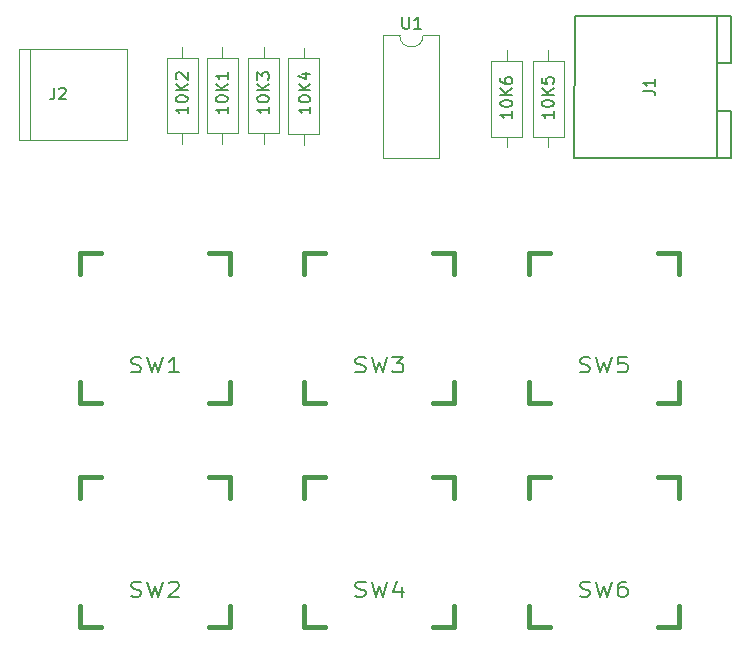
<source format=gto>
G04 #@! TF.FileFunction,Legend,Top*
%FSLAX46Y46*%
G04 Gerber Fmt 4.6, Leading zero omitted, Abs format (unit mm)*
G04 Created by KiCad (PCBNEW 4.0.6) date Sunday, July 23, 2017 'AMt' 03:34:07 AM*
%MOMM*%
%LPD*%
G01*
G04 APERTURE LIST*
%ADD10C,0.100000*%
%ADD11C,0.381000*%
%ADD12C,0.150000*%
%ADD13C,0.120000*%
%ADD14C,0.203200*%
G04 APERTURE END LIST*
D10*
D11*
X114522000Y-112677000D02*
X116300000Y-112677000D01*
X125444000Y-112677000D02*
X127222000Y-112677000D01*
X127222000Y-112677000D02*
X127222000Y-114455000D01*
X127222000Y-123599000D02*
X127222000Y-125377000D01*
X127222000Y-125377000D02*
X125444000Y-125377000D01*
X116300000Y-125377000D02*
X114522000Y-125377000D01*
X114522000Y-125377000D02*
X114522000Y-123599000D01*
X114522000Y-114455000D02*
X114522000Y-112677000D01*
X133522000Y-93677000D02*
X135300000Y-93677000D01*
X144444000Y-93677000D02*
X146222000Y-93677000D01*
X146222000Y-93677000D02*
X146222000Y-95455000D01*
X146222000Y-104599000D02*
X146222000Y-106377000D01*
X146222000Y-106377000D02*
X144444000Y-106377000D01*
X135300000Y-106377000D02*
X133522000Y-106377000D01*
X133522000Y-106377000D02*
X133522000Y-104599000D01*
X133522000Y-95455000D02*
X133522000Y-93677000D01*
D12*
X168472000Y-73627000D02*
X168472000Y-85627000D01*
X169672000Y-73627000D02*
X156472000Y-73627000D01*
X156472000Y-73627000D02*
X156372000Y-85627000D01*
X156372000Y-85627000D02*
X169672000Y-85627000D01*
X169672000Y-85627000D02*
X169672000Y-81727000D01*
X169672000Y-77627000D02*
X169672000Y-73627000D01*
X169672000Y-81627000D02*
X168472000Y-81627000D01*
X168472000Y-81627000D02*
X168472000Y-77627000D01*
X168472000Y-77627000D02*
X169672000Y-77627000D01*
D13*
X141582000Y-75237000D02*
X140212000Y-75237000D01*
X140212000Y-75237000D02*
X140212000Y-85637000D01*
X140212000Y-85637000D02*
X144952000Y-85637000D01*
X144952000Y-85637000D02*
X144952000Y-75237000D01*
X144952000Y-75237000D02*
X143582000Y-75237000D01*
X143582000Y-75237000D02*
G75*
G02X141582000Y-75237000I-1000000J0D01*
G01*
X125262000Y-83557000D02*
X127882000Y-83557000D01*
X127882000Y-83557000D02*
X127882000Y-77137000D01*
X127882000Y-77137000D02*
X125262000Y-77137000D01*
X125262000Y-77137000D02*
X125262000Y-83557000D01*
X126572000Y-84447000D02*
X126572000Y-83557000D01*
X126572000Y-76247000D02*
X126572000Y-77137000D01*
X121862000Y-83557000D02*
X124482000Y-83557000D01*
X124482000Y-83557000D02*
X124482000Y-77137000D01*
X124482000Y-77137000D02*
X121862000Y-77137000D01*
X121862000Y-77137000D02*
X121862000Y-83557000D01*
X123172000Y-84447000D02*
X123172000Y-83557000D01*
X123172000Y-76247000D02*
X123172000Y-77137000D01*
X128762000Y-83557000D02*
X131382000Y-83557000D01*
X131382000Y-83557000D02*
X131382000Y-77137000D01*
X131382000Y-77137000D02*
X128762000Y-77137000D01*
X128762000Y-77137000D02*
X128762000Y-83557000D01*
X130072000Y-84447000D02*
X130072000Y-83557000D01*
X130072000Y-76247000D02*
X130072000Y-77137000D01*
X134782000Y-77197000D02*
X132162000Y-77197000D01*
X132162000Y-77197000D02*
X132162000Y-83617000D01*
X132162000Y-83617000D02*
X134782000Y-83617000D01*
X134782000Y-83617000D02*
X134782000Y-77197000D01*
X133472000Y-76307000D02*
X133472000Y-77197000D01*
X133472000Y-84507000D02*
X133472000Y-83617000D01*
X155482000Y-77397000D02*
X152862000Y-77397000D01*
X152862000Y-77397000D02*
X152862000Y-83817000D01*
X152862000Y-83817000D02*
X155482000Y-83817000D01*
X155482000Y-83817000D02*
X155482000Y-77397000D01*
X154172000Y-76507000D02*
X154172000Y-77397000D01*
X154172000Y-84707000D02*
X154172000Y-83817000D01*
X151982000Y-77397000D02*
X149362000Y-77397000D01*
X149362000Y-77397000D02*
X149362000Y-83817000D01*
X149362000Y-83817000D02*
X151982000Y-83817000D01*
X151982000Y-83817000D02*
X151982000Y-77397000D01*
X150672000Y-76507000D02*
X150672000Y-77397000D01*
X150672000Y-84707000D02*
X150672000Y-83817000D01*
X110322000Y-76377000D02*
X110322000Y-84077000D01*
X109322000Y-76377000D02*
X109322000Y-84077000D01*
X109322000Y-84077000D02*
X118522000Y-84077000D01*
X118522000Y-84077000D02*
X118522000Y-76377000D01*
X118522000Y-76377000D02*
X109322000Y-76377000D01*
D11*
X114522000Y-93677000D02*
X116300000Y-93677000D01*
X125444000Y-93677000D02*
X127222000Y-93677000D01*
X127222000Y-93677000D02*
X127222000Y-95455000D01*
X127222000Y-104599000D02*
X127222000Y-106377000D01*
X127222000Y-106377000D02*
X125444000Y-106377000D01*
X116300000Y-106377000D02*
X114522000Y-106377000D01*
X114522000Y-106377000D02*
X114522000Y-104599000D01*
X114522000Y-95455000D02*
X114522000Y-93677000D01*
X133522000Y-112677000D02*
X135300000Y-112677000D01*
X144444000Y-112677000D02*
X146222000Y-112677000D01*
X146222000Y-112677000D02*
X146222000Y-114455000D01*
X146222000Y-123599000D02*
X146222000Y-125377000D01*
X146222000Y-125377000D02*
X144444000Y-125377000D01*
X135300000Y-125377000D02*
X133522000Y-125377000D01*
X133522000Y-125377000D02*
X133522000Y-123599000D01*
X133522000Y-114455000D02*
X133522000Y-112677000D01*
X152522000Y-93677000D02*
X154300000Y-93677000D01*
X163444000Y-93677000D02*
X165222000Y-93677000D01*
X165222000Y-93677000D02*
X165222000Y-95455000D01*
X165222000Y-104599000D02*
X165222000Y-106377000D01*
X165222000Y-106377000D02*
X163444000Y-106377000D01*
X154300000Y-106377000D02*
X152522000Y-106377000D01*
X152522000Y-106377000D02*
X152522000Y-104599000D01*
X152522000Y-95455000D02*
X152522000Y-93677000D01*
X152522000Y-112677000D02*
X154300000Y-112677000D01*
X163444000Y-112677000D02*
X165222000Y-112677000D01*
X165222000Y-112677000D02*
X165222000Y-114455000D01*
X165222000Y-123599000D02*
X165222000Y-125377000D01*
X165222000Y-125377000D02*
X163444000Y-125377000D01*
X154300000Y-125377000D02*
X152522000Y-125377000D01*
X152522000Y-125377000D02*
X152522000Y-123599000D01*
X152522000Y-114455000D02*
X152522000Y-112677000D01*
D14*
X118840000Y-122716048D02*
X119057714Y-122776524D01*
X119420571Y-122776524D01*
X119565714Y-122716048D01*
X119638285Y-122655571D01*
X119710857Y-122534619D01*
X119710857Y-122413667D01*
X119638285Y-122292714D01*
X119565714Y-122232238D01*
X119420571Y-122171762D01*
X119130285Y-122111286D01*
X118985143Y-122050810D01*
X118912571Y-121990333D01*
X118840000Y-121869381D01*
X118840000Y-121748429D01*
X118912571Y-121627476D01*
X118985143Y-121567000D01*
X119130285Y-121506524D01*
X119493143Y-121506524D01*
X119710857Y-121567000D01*
X120218857Y-121506524D02*
X120581714Y-122776524D01*
X120872000Y-121869381D01*
X121162286Y-122776524D01*
X121525143Y-121506524D01*
X122033143Y-121627476D02*
X122105714Y-121567000D01*
X122250857Y-121506524D01*
X122613714Y-121506524D01*
X122758857Y-121567000D01*
X122831428Y-121627476D01*
X122904000Y-121748429D01*
X122904000Y-121869381D01*
X122831428Y-122050810D01*
X121960571Y-122776524D01*
X122904000Y-122776524D01*
X137840000Y-103716048D02*
X138057714Y-103776524D01*
X138420571Y-103776524D01*
X138565714Y-103716048D01*
X138638285Y-103655571D01*
X138710857Y-103534619D01*
X138710857Y-103413667D01*
X138638285Y-103292714D01*
X138565714Y-103232238D01*
X138420571Y-103171762D01*
X138130285Y-103111286D01*
X137985143Y-103050810D01*
X137912571Y-102990333D01*
X137840000Y-102869381D01*
X137840000Y-102748429D01*
X137912571Y-102627476D01*
X137985143Y-102567000D01*
X138130285Y-102506524D01*
X138493143Y-102506524D01*
X138710857Y-102567000D01*
X139218857Y-102506524D02*
X139581714Y-103776524D01*
X139872000Y-102869381D01*
X140162286Y-103776524D01*
X140525143Y-102506524D01*
X140960571Y-102506524D02*
X141904000Y-102506524D01*
X141396000Y-102990333D01*
X141613714Y-102990333D01*
X141758857Y-103050810D01*
X141831428Y-103111286D01*
X141904000Y-103232238D01*
X141904000Y-103534619D01*
X141831428Y-103655571D01*
X141758857Y-103716048D01*
X141613714Y-103776524D01*
X141178286Y-103776524D01*
X141033143Y-103716048D01*
X140960571Y-103655571D01*
D12*
X162224381Y-79960333D02*
X162938667Y-79960333D01*
X163081524Y-80007953D01*
X163176762Y-80103191D01*
X163224381Y-80246048D01*
X163224381Y-80341286D01*
X163224381Y-78960333D02*
X163224381Y-79531762D01*
X163224381Y-79246048D02*
X162224381Y-79246048D01*
X162367238Y-79341286D01*
X162462476Y-79436524D01*
X162510095Y-79531762D01*
X141820095Y-73689381D02*
X141820095Y-74498905D01*
X141867714Y-74594143D01*
X141915333Y-74641762D01*
X142010571Y-74689381D01*
X142201048Y-74689381D01*
X142296286Y-74641762D01*
X142343905Y-74594143D01*
X142391524Y-74498905D01*
X142391524Y-73689381D01*
X143391524Y-74689381D02*
X142820095Y-74689381D01*
X143105809Y-74689381D02*
X143105809Y-73689381D01*
X143010571Y-73832238D01*
X142915333Y-73927476D01*
X142820095Y-73975095D01*
X127024381Y-81293666D02*
X127024381Y-81865095D01*
X127024381Y-81579381D02*
X126024381Y-81579381D01*
X126167238Y-81674619D01*
X126262476Y-81769857D01*
X126310095Y-81865095D01*
X126024381Y-80674619D02*
X126024381Y-80579380D01*
X126072000Y-80484142D01*
X126119619Y-80436523D01*
X126214857Y-80388904D01*
X126405333Y-80341285D01*
X126643429Y-80341285D01*
X126833905Y-80388904D01*
X126929143Y-80436523D01*
X126976762Y-80484142D01*
X127024381Y-80579380D01*
X127024381Y-80674619D01*
X126976762Y-80769857D01*
X126929143Y-80817476D01*
X126833905Y-80865095D01*
X126643429Y-80912714D01*
X126405333Y-80912714D01*
X126214857Y-80865095D01*
X126119619Y-80817476D01*
X126072000Y-80769857D01*
X126024381Y-80674619D01*
X127024381Y-79912714D02*
X126024381Y-79912714D01*
X127024381Y-79341285D02*
X126452952Y-79769857D01*
X126024381Y-79341285D02*
X126595810Y-79912714D01*
X127024381Y-78388904D02*
X127024381Y-78960333D01*
X127024381Y-78674619D02*
X126024381Y-78674619D01*
X126167238Y-78769857D01*
X126262476Y-78865095D01*
X126310095Y-78960333D01*
X123624381Y-81293666D02*
X123624381Y-81865095D01*
X123624381Y-81579381D02*
X122624381Y-81579381D01*
X122767238Y-81674619D01*
X122862476Y-81769857D01*
X122910095Y-81865095D01*
X122624381Y-80674619D02*
X122624381Y-80579380D01*
X122672000Y-80484142D01*
X122719619Y-80436523D01*
X122814857Y-80388904D01*
X123005333Y-80341285D01*
X123243429Y-80341285D01*
X123433905Y-80388904D01*
X123529143Y-80436523D01*
X123576762Y-80484142D01*
X123624381Y-80579380D01*
X123624381Y-80674619D01*
X123576762Y-80769857D01*
X123529143Y-80817476D01*
X123433905Y-80865095D01*
X123243429Y-80912714D01*
X123005333Y-80912714D01*
X122814857Y-80865095D01*
X122719619Y-80817476D01*
X122672000Y-80769857D01*
X122624381Y-80674619D01*
X123624381Y-79912714D02*
X122624381Y-79912714D01*
X123624381Y-79341285D02*
X123052952Y-79769857D01*
X122624381Y-79341285D02*
X123195810Y-79912714D01*
X122719619Y-78960333D02*
X122672000Y-78912714D01*
X122624381Y-78817476D01*
X122624381Y-78579380D01*
X122672000Y-78484142D01*
X122719619Y-78436523D01*
X122814857Y-78388904D01*
X122910095Y-78388904D01*
X123052952Y-78436523D01*
X123624381Y-79007952D01*
X123624381Y-78388904D01*
X130524381Y-81293666D02*
X130524381Y-81865095D01*
X130524381Y-81579381D02*
X129524381Y-81579381D01*
X129667238Y-81674619D01*
X129762476Y-81769857D01*
X129810095Y-81865095D01*
X129524381Y-80674619D02*
X129524381Y-80579380D01*
X129572000Y-80484142D01*
X129619619Y-80436523D01*
X129714857Y-80388904D01*
X129905333Y-80341285D01*
X130143429Y-80341285D01*
X130333905Y-80388904D01*
X130429143Y-80436523D01*
X130476762Y-80484142D01*
X130524381Y-80579380D01*
X130524381Y-80674619D01*
X130476762Y-80769857D01*
X130429143Y-80817476D01*
X130333905Y-80865095D01*
X130143429Y-80912714D01*
X129905333Y-80912714D01*
X129714857Y-80865095D01*
X129619619Y-80817476D01*
X129572000Y-80769857D01*
X129524381Y-80674619D01*
X130524381Y-79912714D02*
X129524381Y-79912714D01*
X130524381Y-79341285D02*
X129952952Y-79769857D01*
X129524381Y-79341285D02*
X130095810Y-79912714D01*
X129524381Y-79007952D02*
X129524381Y-78388904D01*
X129905333Y-78722238D01*
X129905333Y-78579380D01*
X129952952Y-78484142D01*
X130000571Y-78436523D01*
X130095810Y-78388904D01*
X130333905Y-78388904D01*
X130429143Y-78436523D01*
X130476762Y-78484142D01*
X130524381Y-78579380D01*
X130524381Y-78865095D01*
X130476762Y-78960333D01*
X130429143Y-79007952D01*
X134024381Y-81293666D02*
X134024381Y-81865095D01*
X134024381Y-81579381D02*
X133024381Y-81579381D01*
X133167238Y-81674619D01*
X133262476Y-81769857D01*
X133310095Y-81865095D01*
X133024381Y-80674619D02*
X133024381Y-80579380D01*
X133072000Y-80484142D01*
X133119619Y-80436523D01*
X133214857Y-80388904D01*
X133405333Y-80341285D01*
X133643429Y-80341285D01*
X133833905Y-80388904D01*
X133929143Y-80436523D01*
X133976762Y-80484142D01*
X134024381Y-80579380D01*
X134024381Y-80674619D01*
X133976762Y-80769857D01*
X133929143Y-80817476D01*
X133833905Y-80865095D01*
X133643429Y-80912714D01*
X133405333Y-80912714D01*
X133214857Y-80865095D01*
X133119619Y-80817476D01*
X133072000Y-80769857D01*
X133024381Y-80674619D01*
X134024381Y-79912714D02*
X133024381Y-79912714D01*
X134024381Y-79341285D02*
X133452952Y-79769857D01*
X133024381Y-79341285D02*
X133595810Y-79912714D01*
X133357714Y-78484142D02*
X134024381Y-78484142D01*
X132976762Y-78722238D02*
X133691048Y-78960333D01*
X133691048Y-78341285D01*
X154624381Y-81693666D02*
X154624381Y-82265095D01*
X154624381Y-81979381D02*
X153624381Y-81979381D01*
X153767238Y-82074619D01*
X153862476Y-82169857D01*
X153910095Y-82265095D01*
X153624381Y-81074619D02*
X153624381Y-80979380D01*
X153672000Y-80884142D01*
X153719619Y-80836523D01*
X153814857Y-80788904D01*
X154005333Y-80741285D01*
X154243429Y-80741285D01*
X154433905Y-80788904D01*
X154529143Y-80836523D01*
X154576762Y-80884142D01*
X154624381Y-80979380D01*
X154624381Y-81074619D01*
X154576762Y-81169857D01*
X154529143Y-81217476D01*
X154433905Y-81265095D01*
X154243429Y-81312714D01*
X154005333Y-81312714D01*
X153814857Y-81265095D01*
X153719619Y-81217476D01*
X153672000Y-81169857D01*
X153624381Y-81074619D01*
X154624381Y-80312714D02*
X153624381Y-80312714D01*
X154624381Y-79741285D02*
X154052952Y-80169857D01*
X153624381Y-79741285D02*
X154195810Y-80312714D01*
X153624381Y-78836523D02*
X153624381Y-79312714D01*
X154100571Y-79360333D01*
X154052952Y-79312714D01*
X154005333Y-79217476D01*
X154005333Y-78979380D01*
X154052952Y-78884142D01*
X154100571Y-78836523D01*
X154195810Y-78788904D01*
X154433905Y-78788904D01*
X154529143Y-78836523D01*
X154576762Y-78884142D01*
X154624381Y-78979380D01*
X154624381Y-79217476D01*
X154576762Y-79312714D01*
X154529143Y-79360333D01*
X151124381Y-81693666D02*
X151124381Y-82265095D01*
X151124381Y-81979381D02*
X150124381Y-81979381D01*
X150267238Y-82074619D01*
X150362476Y-82169857D01*
X150410095Y-82265095D01*
X150124381Y-81074619D02*
X150124381Y-80979380D01*
X150172000Y-80884142D01*
X150219619Y-80836523D01*
X150314857Y-80788904D01*
X150505333Y-80741285D01*
X150743429Y-80741285D01*
X150933905Y-80788904D01*
X151029143Y-80836523D01*
X151076762Y-80884142D01*
X151124381Y-80979380D01*
X151124381Y-81074619D01*
X151076762Y-81169857D01*
X151029143Y-81217476D01*
X150933905Y-81265095D01*
X150743429Y-81312714D01*
X150505333Y-81312714D01*
X150314857Y-81265095D01*
X150219619Y-81217476D01*
X150172000Y-81169857D01*
X150124381Y-81074619D01*
X151124381Y-80312714D02*
X150124381Y-80312714D01*
X151124381Y-79741285D02*
X150552952Y-80169857D01*
X150124381Y-79741285D02*
X150695810Y-80312714D01*
X150124381Y-78884142D02*
X150124381Y-79074619D01*
X150172000Y-79169857D01*
X150219619Y-79217476D01*
X150362476Y-79312714D01*
X150552952Y-79360333D01*
X150933905Y-79360333D01*
X151029143Y-79312714D01*
X151076762Y-79265095D01*
X151124381Y-79169857D01*
X151124381Y-78979380D01*
X151076762Y-78884142D01*
X151029143Y-78836523D01*
X150933905Y-78788904D01*
X150695810Y-78788904D01*
X150600571Y-78836523D01*
X150552952Y-78884142D01*
X150505333Y-78979380D01*
X150505333Y-79169857D01*
X150552952Y-79265095D01*
X150600571Y-79312714D01*
X150695810Y-79360333D01*
X112338667Y-79679381D02*
X112338667Y-80393667D01*
X112291047Y-80536524D01*
X112195809Y-80631762D01*
X112052952Y-80679381D01*
X111957714Y-80679381D01*
X112767238Y-79774619D02*
X112814857Y-79727000D01*
X112910095Y-79679381D01*
X113148191Y-79679381D01*
X113243429Y-79727000D01*
X113291048Y-79774619D01*
X113338667Y-79869857D01*
X113338667Y-79965095D01*
X113291048Y-80107952D01*
X112719619Y-80679381D01*
X113338667Y-80679381D01*
D14*
X118840000Y-103716048D02*
X119057714Y-103776524D01*
X119420571Y-103776524D01*
X119565714Y-103716048D01*
X119638285Y-103655571D01*
X119710857Y-103534619D01*
X119710857Y-103413667D01*
X119638285Y-103292714D01*
X119565714Y-103232238D01*
X119420571Y-103171762D01*
X119130285Y-103111286D01*
X118985143Y-103050810D01*
X118912571Y-102990333D01*
X118840000Y-102869381D01*
X118840000Y-102748429D01*
X118912571Y-102627476D01*
X118985143Y-102567000D01*
X119130285Y-102506524D01*
X119493143Y-102506524D01*
X119710857Y-102567000D01*
X120218857Y-102506524D02*
X120581714Y-103776524D01*
X120872000Y-102869381D01*
X121162286Y-103776524D01*
X121525143Y-102506524D01*
X122904000Y-103776524D02*
X122033143Y-103776524D01*
X122468571Y-103776524D02*
X122468571Y-102506524D01*
X122323428Y-102687952D01*
X122178286Y-102808905D01*
X122033143Y-102869381D01*
X137840000Y-122716048D02*
X138057714Y-122776524D01*
X138420571Y-122776524D01*
X138565714Y-122716048D01*
X138638285Y-122655571D01*
X138710857Y-122534619D01*
X138710857Y-122413667D01*
X138638285Y-122292714D01*
X138565714Y-122232238D01*
X138420571Y-122171762D01*
X138130285Y-122111286D01*
X137985143Y-122050810D01*
X137912571Y-121990333D01*
X137840000Y-121869381D01*
X137840000Y-121748429D01*
X137912571Y-121627476D01*
X137985143Y-121567000D01*
X138130285Y-121506524D01*
X138493143Y-121506524D01*
X138710857Y-121567000D01*
X139218857Y-121506524D02*
X139581714Y-122776524D01*
X139872000Y-121869381D01*
X140162286Y-122776524D01*
X140525143Y-121506524D01*
X141758857Y-121929857D02*
X141758857Y-122776524D01*
X141396000Y-121446048D02*
X141033143Y-122353190D01*
X141976571Y-122353190D01*
X156840000Y-103716048D02*
X157057714Y-103776524D01*
X157420571Y-103776524D01*
X157565714Y-103716048D01*
X157638285Y-103655571D01*
X157710857Y-103534619D01*
X157710857Y-103413667D01*
X157638285Y-103292714D01*
X157565714Y-103232238D01*
X157420571Y-103171762D01*
X157130285Y-103111286D01*
X156985143Y-103050810D01*
X156912571Y-102990333D01*
X156840000Y-102869381D01*
X156840000Y-102748429D01*
X156912571Y-102627476D01*
X156985143Y-102567000D01*
X157130285Y-102506524D01*
X157493143Y-102506524D01*
X157710857Y-102567000D01*
X158218857Y-102506524D02*
X158581714Y-103776524D01*
X158872000Y-102869381D01*
X159162286Y-103776524D01*
X159525143Y-102506524D01*
X160831428Y-102506524D02*
X160105714Y-102506524D01*
X160033143Y-103111286D01*
X160105714Y-103050810D01*
X160250857Y-102990333D01*
X160613714Y-102990333D01*
X160758857Y-103050810D01*
X160831428Y-103111286D01*
X160904000Y-103232238D01*
X160904000Y-103534619D01*
X160831428Y-103655571D01*
X160758857Y-103716048D01*
X160613714Y-103776524D01*
X160250857Y-103776524D01*
X160105714Y-103716048D01*
X160033143Y-103655571D01*
X156840000Y-122716048D02*
X157057714Y-122776524D01*
X157420571Y-122776524D01*
X157565714Y-122716048D01*
X157638285Y-122655571D01*
X157710857Y-122534619D01*
X157710857Y-122413667D01*
X157638285Y-122292714D01*
X157565714Y-122232238D01*
X157420571Y-122171762D01*
X157130285Y-122111286D01*
X156985143Y-122050810D01*
X156912571Y-121990333D01*
X156840000Y-121869381D01*
X156840000Y-121748429D01*
X156912571Y-121627476D01*
X156985143Y-121567000D01*
X157130285Y-121506524D01*
X157493143Y-121506524D01*
X157710857Y-121567000D01*
X158218857Y-121506524D02*
X158581714Y-122776524D01*
X158872000Y-121869381D01*
X159162286Y-122776524D01*
X159525143Y-121506524D01*
X160758857Y-121506524D02*
X160468571Y-121506524D01*
X160323428Y-121567000D01*
X160250857Y-121627476D01*
X160105714Y-121808905D01*
X160033143Y-122050810D01*
X160033143Y-122534619D01*
X160105714Y-122655571D01*
X160178286Y-122716048D01*
X160323428Y-122776524D01*
X160613714Y-122776524D01*
X160758857Y-122716048D01*
X160831428Y-122655571D01*
X160904000Y-122534619D01*
X160904000Y-122232238D01*
X160831428Y-122111286D01*
X160758857Y-122050810D01*
X160613714Y-121990333D01*
X160323428Y-121990333D01*
X160178286Y-122050810D01*
X160105714Y-122111286D01*
X160033143Y-122232238D01*
M02*

</source>
